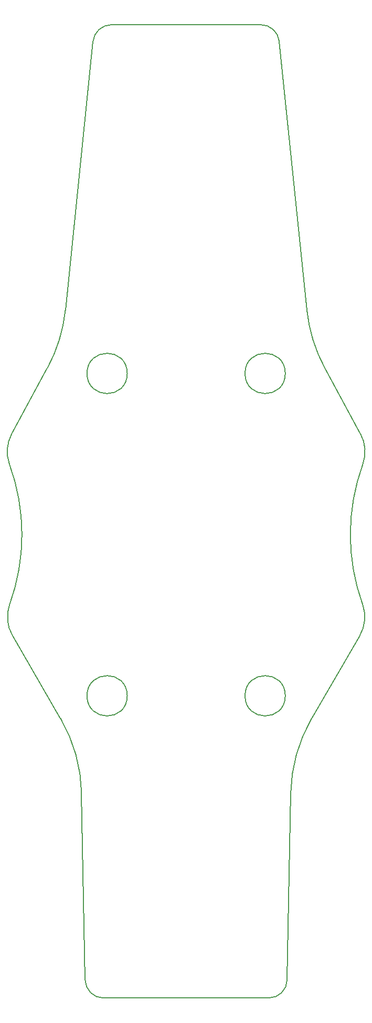
<source format=gm1>
G04 #@! TF.GenerationSoftware,KiCad,Pcbnew,7.0.2-0*
G04 #@! TF.CreationDate,2023-10-14T11:26:59-07:00*
G04 #@! TF.ProjectId,high-power,68696768-2d70-46f7-9765-722e6b696361,rev?*
G04 #@! TF.SameCoordinates,Original*
G04 #@! TF.FileFunction,Profile,NP*
%FSLAX46Y46*%
G04 Gerber Fmt 4.6, Leading zero omitted, Abs format (unit mm)*
G04 Created by KiCad (PCBNEW 7.0.2-0) date 2023-10-14 11:26:59*
%MOMM*%
%LPD*%
G01*
G04 APERTURE LIST*
G04 #@! TA.AperFunction,Profile*
%ADD10C,0.200000*%
G04 #@! TD*
G04 APERTURE END LIST*
D10*
X76913088Y-92400592D02*
G75*
G03*
X76550851Y-87478259I-5635678J2059762D01*
G01*
X76426522Y-120028606D02*
G75*
G03*
X76880726Y-114969272I-5187062J3015726D01*
G01*
X36365648Y-21479414D02*
G75*
G03*
X33381418Y-24172206I122J-3000136D01*
G01*
X36365648Y-21479406D02*
X60451588Y-21479406D01*
X38908618Y-77729406D02*
G75*
G03*
X38908618Y-77729406I-3250000J0D01*
G01*
X20266384Y-87478259D02*
X26023334Y-76873350D01*
X32102733Y-175536358D02*
G75*
G03*
X35102197Y-178479406I2999367J56858D01*
G01*
X76550852Y-87478259D02*
X70793902Y-76873350D01*
X63435824Y-24172205D02*
G75*
G03*
X60451588Y-21479406I-2984224J-307195D01*
G01*
X31531734Y-145463641D02*
G75*
G03*
X28148921Y-133372728I-24995294J-474539D01*
G01*
X76913096Y-92400595D02*
G75*
G03*
X76880727Y-114969272I30994454J-11328815D01*
G01*
X68668315Y-133372728D02*
X76426524Y-120028607D01*
X28148921Y-133372728D02*
X20390712Y-120028607D01*
X67896655Y-67506055D02*
X63435818Y-24172206D01*
X68668316Y-133372729D02*
G75*
G03*
X65285500Y-145463641I21612634J-12565501D01*
G01*
X64408618Y-77729406D02*
G75*
G03*
X64408618Y-77729406I-3250000J0D01*
G01*
X19936519Y-114969275D02*
G75*
G03*
X20390712Y-120028607I5641181J-2043625D01*
G01*
X20266385Y-87478260D02*
G75*
G03*
X19904144Y-92400594I5273095J-2862550D01*
G01*
X28920581Y-67506055D02*
X33381418Y-24172206D01*
X26023332Y-76873349D02*
G75*
G03*
X28920580Y-67506055I-21971362J11927309D01*
G01*
X61715039Y-178479410D02*
G75*
G03*
X64714498Y-175536358I-49J3000050D01*
G01*
X64714499Y-175536358D02*
X65285500Y-145463641D01*
X19936509Y-114969272D02*
G75*
G03*
X19904143Y-92400594I-31026871J11239866D01*
G01*
X35102197Y-178479406D02*
X61715039Y-178479406D01*
X67896669Y-67506054D02*
G75*
G03*
X70793902Y-76873350I24868531J2559954D01*
G01*
X38908618Y-129729406D02*
G75*
G03*
X38908618Y-129729406I-3250000J0D01*
G01*
X32102737Y-175536358D02*
X31531736Y-145463641D01*
X64408618Y-129729406D02*
G75*
G03*
X64408618Y-129729406I-3250000J0D01*
G01*
M02*

</source>
